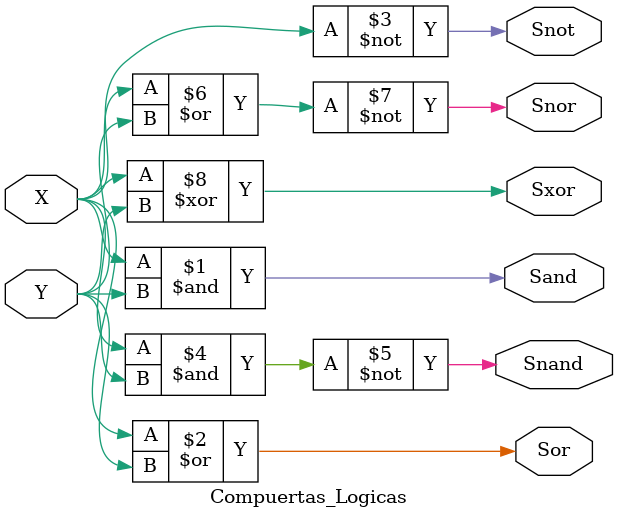
<source format=v>
/*
		**** COMPUERTAS LOGICAS ****
	El presente código verilog implementa las compuertas lógicas
	utilizando asignamiento continuo.
	Para cada compuera lógica esta establecida una salida S=Salida seguido de la compuerta
	que almacenará (ej  Sand = Salida And.
	
*/
//Definición del módulo
module Compuertas_Logicas(
	//Entradas de un bit
	input X,
	input Y,
	// Salidas de tipo wire de un bit
	output wire Sand,
	output wire Sor,
	output wire Snot,
	output wire Snand, 
	output wire Sxor,
	output wire Snor
);
	//Asignación de compuertas lógicas a las salidas
	assign Sand = X & Y;
	assign Sor = X | Y;
	assign Snot = ~X;
	assign Snand = ~(X & Y);
	assign Snor = ~(X | Y);
	assign Sxor = X ^ Y;
	
endmodule // Fin del módulo

</source>
